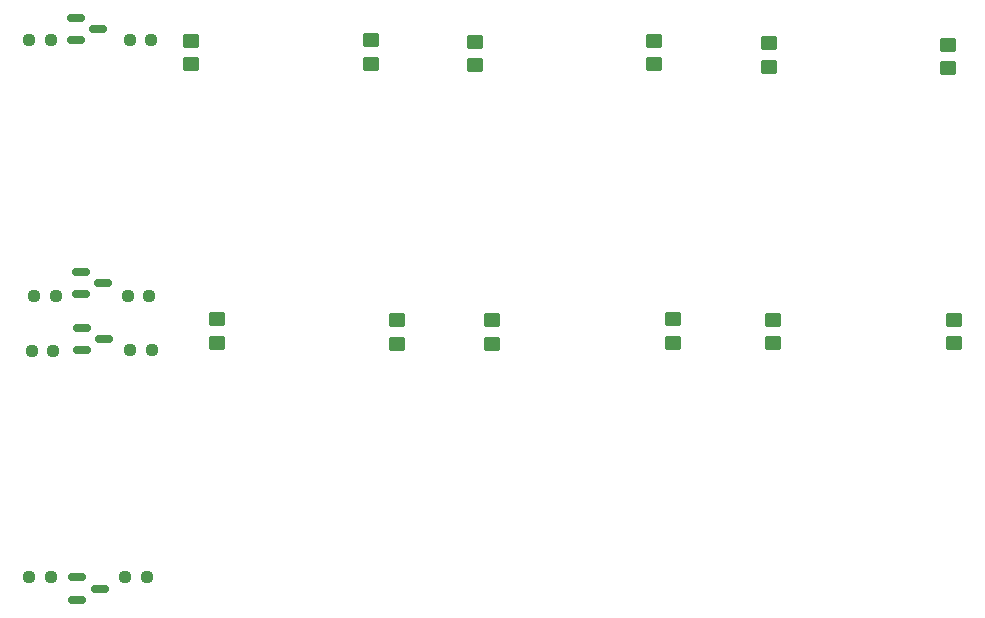
<source format=gtp>
G04 #@! TF.GenerationSoftware,KiCad,Pcbnew,(6.0.7)*
G04 #@! TF.CreationDate,2023-03-01T16:32:28+09:00*
G04 #@! TF.ProjectId,main,6d61696e-2e6b-4696-9361-645f70636258,rev?*
G04 #@! TF.SameCoordinates,Original*
G04 #@! TF.FileFunction,Paste,Top*
G04 #@! TF.FilePolarity,Positive*
%FSLAX46Y46*%
G04 Gerber Fmt 4.6, Leading zero omitted, Abs format (unit mm)*
G04 Created by KiCad (PCBNEW (6.0.7)) date 2023-03-01 16:32:28*
%MOMM*%
%LPD*%
G01*
G04 APERTURE LIST*
G04 Aperture macros list*
%AMRoundRect*
0 Rectangle with rounded corners*
0 $1 Rounding radius*
0 $2 $3 $4 $5 $6 $7 $8 $9 X,Y pos of 4 corners*
0 Add a 4 corners polygon primitive as box body*
4,1,4,$2,$3,$4,$5,$6,$7,$8,$9,$2,$3,0*
0 Add four circle primitives for the rounded corners*
1,1,$1+$1,$2,$3*
1,1,$1+$1,$4,$5*
1,1,$1+$1,$6,$7*
1,1,$1+$1,$8,$9*
0 Add four rect primitives between the rounded corners*
20,1,$1+$1,$2,$3,$4,$5,0*
20,1,$1+$1,$4,$5,$6,$7,0*
20,1,$1+$1,$6,$7,$8,$9,0*
20,1,$1+$1,$8,$9,$2,$3,0*%
G04 Aperture macros list end*
%ADD10RoundRect,0.250000X0.450000X-0.350000X0.450000X0.350000X-0.450000X0.350000X-0.450000X-0.350000X0*%
%ADD11RoundRect,0.237500X0.250000X0.237500X-0.250000X0.237500X-0.250000X-0.237500X0.250000X-0.237500X0*%
%ADD12RoundRect,0.150000X-0.587500X-0.150000X0.587500X-0.150000X0.587500X0.150000X-0.587500X0.150000X0*%
%ADD13RoundRect,0.237500X-0.250000X-0.237500X0.250000X-0.237500X0.250000X0.237500X-0.250000X0.237500X0*%
%ADD14RoundRect,0.250000X-0.450000X0.350000X-0.450000X-0.350000X0.450000X-0.350000X0.450000X0.350000X0*%
G04 APERTURE END LIST*
D10*
X158425000Y-112425000D03*
X158425000Y-110425000D03*
D11*
X106162500Y-108500000D03*
X104337500Y-108500000D03*
D12*
X107987500Y-132300000D03*
X107987500Y-134200000D03*
X109862500Y-133250000D03*
X108362500Y-111175000D03*
X108362500Y-113075000D03*
X110237500Y-112125000D03*
D13*
X112462500Y-113025000D03*
X114287500Y-113025000D03*
X103912500Y-86850000D03*
X105737500Y-86850000D03*
X112250000Y-108500000D03*
X114075000Y-108500000D03*
D11*
X114262500Y-86800000D03*
X112437500Y-86800000D03*
D14*
X141625000Y-86950000D03*
X141625000Y-88950000D03*
D10*
X156775000Y-88875000D03*
X156775000Y-86875000D03*
D11*
X113887500Y-132275000D03*
X112062500Y-132275000D03*
D10*
X181700000Y-89200000D03*
X181700000Y-87200000D03*
D14*
X119825000Y-110450000D03*
X119825000Y-112450000D03*
D10*
X132850000Y-88850000D03*
X132850000Y-86850000D03*
D13*
X103912500Y-132275000D03*
X105737500Y-132275000D03*
D12*
X107837500Y-84925000D03*
X107837500Y-86825000D03*
X109712500Y-85875000D03*
D14*
X166925000Y-110500000D03*
X166925000Y-112500000D03*
D12*
X108312500Y-106450000D03*
X108312500Y-108350000D03*
X110187500Y-107400000D03*
D10*
X135025000Y-112525000D03*
X135025000Y-110525000D03*
D14*
X143125000Y-110525000D03*
X143125000Y-112525000D03*
D10*
X182200000Y-112500000D03*
X182200000Y-110500000D03*
D13*
X104112500Y-113125000D03*
X105937500Y-113125000D03*
D14*
X117625000Y-86875000D03*
X117625000Y-88875000D03*
X166525000Y-87075000D03*
X166525000Y-89075000D03*
M02*

</source>
